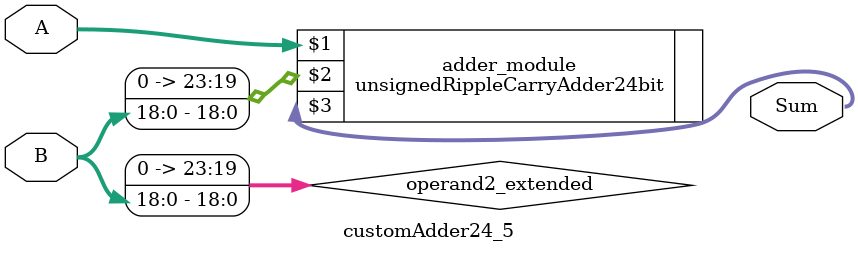
<source format=v>

module customAdder24_5(
                    input [23 : 0] A,
                    input [18 : 0] B,
                    
                    output [24 : 0] Sum
            );

    wire [23 : 0] operand2_extended;
    
    assign operand2_extended =  {5'b0, B};
    
    unsignedRippleCarryAdder24bit adder_module(
        A,
        operand2_extended,
        Sum
    );
    
endmodule
        
</source>
